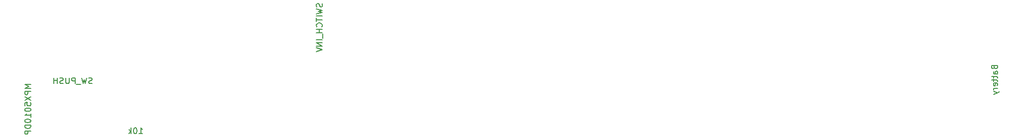
<source format=gbr>
G04 #@! TF.FileFunction,Other,Fab,Bot*
%FSLAX46Y46*%
G04 Gerber Fmt 4.6, Leading zero omitted, Abs format (unit mm)*
G04 Created by KiCad (PCBNEW 4.0.4+e1-6308~48~ubuntu16.04.1-stable) date Wed Sep 21 12:51:57 2016*
%MOMM*%
%LPD*%
G01*
G04 APERTURE LIST*
%ADD10C,0.100000*%
%ADD11C,0.150000*%
G04 APERTURE END LIST*
D10*
D11*
X161135238Y-143842381D02*
X161706667Y-143842381D01*
X161420953Y-143842381D02*
X161420953Y-142842381D01*
X161516191Y-142985238D01*
X161611429Y-143080476D01*
X161706667Y-143128095D01*
X160516191Y-142842381D02*
X160420952Y-142842381D01*
X160325714Y-142890000D01*
X160278095Y-142937619D01*
X160230476Y-143032857D01*
X160182857Y-143223333D01*
X160182857Y-143461429D01*
X160230476Y-143651905D01*
X160278095Y-143747143D01*
X160325714Y-143794762D01*
X160420952Y-143842381D01*
X160516191Y-143842381D01*
X160611429Y-143794762D01*
X160659048Y-143747143D01*
X160706667Y-143651905D01*
X160754286Y-143461429D01*
X160754286Y-143223333D01*
X160706667Y-143032857D01*
X160659048Y-142937619D01*
X160611429Y-142890000D01*
X160516191Y-142842381D01*
X159754286Y-143842381D02*
X159754286Y-142842381D01*
X159659048Y-143461429D02*
X159373333Y-143842381D01*
X159373333Y-143175714D02*
X159754286Y-143556667D01*
X306498571Y-132548571D02*
X306546190Y-132691428D01*
X306593810Y-132739047D01*
X306689048Y-132786666D01*
X306831905Y-132786666D01*
X306927143Y-132739047D01*
X306974762Y-132691428D01*
X307022381Y-132596190D01*
X307022381Y-132215237D01*
X306022381Y-132215237D01*
X306022381Y-132548571D01*
X306070000Y-132643809D01*
X306117619Y-132691428D01*
X306212857Y-132739047D01*
X306308095Y-132739047D01*
X306403333Y-132691428D01*
X306450952Y-132643809D01*
X306498571Y-132548571D01*
X306498571Y-132215237D01*
X307022381Y-133643809D02*
X306498571Y-133643809D01*
X306403333Y-133596190D01*
X306355714Y-133500952D01*
X306355714Y-133310475D01*
X306403333Y-133215237D01*
X306974762Y-133643809D02*
X307022381Y-133548571D01*
X307022381Y-133310475D01*
X306974762Y-133215237D01*
X306879524Y-133167618D01*
X306784286Y-133167618D01*
X306689048Y-133215237D01*
X306641429Y-133310475D01*
X306641429Y-133548571D01*
X306593810Y-133643809D01*
X306355714Y-133977142D02*
X306355714Y-134358094D01*
X306022381Y-134119999D02*
X306879524Y-134119999D01*
X306974762Y-134167618D01*
X307022381Y-134262856D01*
X307022381Y-134358094D01*
X306355714Y-134548571D02*
X306355714Y-134929523D01*
X306022381Y-134691428D02*
X306879524Y-134691428D01*
X306974762Y-134739047D01*
X307022381Y-134834285D01*
X307022381Y-134929523D01*
X306974762Y-135643810D02*
X307022381Y-135548572D01*
X307022381Y-135358095D01*
X306974762Y-135262857D01*
X306879524Y-135215238D01*
X306498571Y-135215238D01*
X306403333Y-135262857D01*
X306355714Y-135358095D01*
X306355714Y-135548572D01*
X306403333Y-135643810D01*
X306498571Y-135691429D01*
X306593810Y-135691429D01*
X306689048Y-135215238D01*
X307022381Y-136120000D02*
X306355714Y-136120000D01*
X306546190Y-136120000D02*
X306450952Y-136167619D01*
X306403333Y-136215238D01*
X306355714Y-136310476D01*
X306355714Y-136405715D01*
X306355714Y-136643810D02*
X307022381Y-136881905D01*
X306355714Y-137120001D02*
X307022381Y-136881905D01*
X307260476Y-136786667D01*
X307308095Y-136739048D01*
X307355714Y-136643810D01*
X192214762Y-121658572D02*
X192262381Y-121801429D01*
X192262381Y-122039525D01*
X192214762Y-122134763D01*
X192167143Y-122182382D01*
X192071905Y-122230001D01*
X191976667Y-122230001D01*
X191881429Y-122182382D01*
X191833810Y-122134763D01*
X191786190Y-122039525D01*
X191738571Y-121849048D01*
X191690952Y-121753810D01*
X191643333Y-121706191D01*
X191548095Y-121658572D01*
X191452857Y-121658572D01*
X191357619Y-121706191D01*
X191310000Y-121753810D01*
X191262381Y-121849048D01*
X191262381Y-122087144D01*
X191310000Y-122230001D01*
X191262381Y-122563334D02*
X192262381Y-122801429D01*
X191548095Y-122991906D01*
X192262381Y-123182382D01*
X191262381Y-123420477D01*
X192262381Y-123801429D02*
X191262381Y-123801429D01*
X191262381Y-124134762D02*
X191262381Y-124706191D01*
X192262381Y-124420476D02*
X191262381Y-124420476D01*
X192167143Y-125610953D02*
X192214762Y-125563334D01*
X192262381Y-125420477D01*
X192262381Y-125325239D01*
X192214762Y-125182381D01*
X192119524Y-125087143D01*
X192024286Y-125039524D01*
X191833810Y-124991905D01*
X191690952Y-124991905D01*
X191500476Y-125039524D01*
X191405238Y-125087143D01*
X191310000Y-125182381D01*
X191262381Y-125325239D01*
X191262381Y-125420477D01*
X191310000Y-125563334D01*
X191357619Y-125610953D01*
X192262381Y-126039524D02*
X191262381Y-126039524D01*
X191738571Y-126039524D02*
X191738571Y-126610953D01*
X192262381Y-126610953D02*
X191262381Y-126610953D01*
X192357619Y-126849048D02*
X192357619Y-127610953D01*
X192262381Y-127849048D02*
X191262381Y-127849048D01*
X192262381Y-128325238D02*
X191262381Y-128325238D01*
X192262381Y-128896667D01*
X191262381Y-128896667D01*
X191262381Y-129230000D02*
X192262381Y-129563333D01*
X191262381Y-129896667D01*
X153121905Y-135278762D02*
X152979048Y-135326381D01*
X152740952Y-135326381D01*
X152645714Y-135278762D01*
X152598095Y-135231143D01*
X152550476Y-135135905D01*
X152550476Y-135040667D01*
X152598095Y-134945429D01*
X152645714Y-134897810D01*
X152740952Y-134850190D01*
X152931429Y-134802571D01*
X153026667Y-134754952D01*
X153074286Y-134707333D01*
X153121905Y-134612095D01*
X153121905Y-134516857D01*
X153074286Y-134421619D01*
X153026667Y-134374000D01*
X152931429Y-134326381D01*
X152693333Y-134326381D01*
X152550476Y-134374000D01*
X152217143Y-134326381D02*
X151979048Y-135326381D01*
X151788571Y-134612095D01*
X151598095Y-135326381D01*
X151360000Y-134326381D01*
X151217143Y-135421619D02*
X150455238Y-135421619D01*
X150217143Y-135326381D02*
X150217143Y-134326381D01*
X149836190Y-134326381D01*
X149740952Y-134374000D01*
X149693333Y-134421619D01*
X149645714Y-134516857D01*
X149645714Y-134659714D01*
X149693333Y-134754952D01*
X149740952Y-134802571D01*
X149836190Y-134850190D01*
X150217143Y-134850190D01*
X149217143Y-134326381D02*
X149217143Y-135135905D01*
X149169524Y-135231143D01*
X149121905Y-135278762D01*
X149026667Y-135326381D01*
X148836190Y-135326381D01*
X148740952Y-135278762D01*
X148693333Y-135231143D01*
X148645714Y-135135905D01*
X148645714Y-134326381D01*
X148217143Y-135278762D02*
X148074286Y-135326381D01*
X147836190Y-135326381D01*
X147740952Y-135278762D01*
X147693333Y-135231143D01*
X147645714Y-135135905D01*
X147645714Y-135040667D01*
X147693333Y-134945429D01*
X147740952Y-134897810D01*
X147836190Y-134850190D01*
X148026667Y-134802571D01*
X148121905Y-134754952D01*
X148169524Y-134707333D01*
X148217143Y-134612095D01*
X148217143Y-134516857D01*
X148169524Y-134421619D01*
X148121905Y-134374000D01*
X148026667Y-134326381D01*
X147788571Y-134326381D01*
X147645714Y-134374000D01*
X147217143Y-135326381D02*
X147217143Y-134326381D01*
X147217143Y-134802571D02*
X146645714Y-134802571D01*
X146645714Y-135326381D02*
X146645714Y-134326381D01*
X142692381Y-135485714D02*
X141692381Y-135485714D01*
X142406667Y-135819048D01*
X141692381Y-136152381D01*
X142692381Y-136152381D01*
X142692381Y-136628571D02*
X141692381Y-136628571D01*
X141692381Y-137009524D01*
X141740000Y-137104762D01*
X141787619Y-137152381D01*
X141882857Y-137200000D01*
X142025714Y-137200000D01*
X142120952Y-137152381D01*
X142168571Y-137104762D01*
X142216190Y-137009524D01*
X142216190Y-136628571D01*
X141692381Y-137533333D02*
X142692381Y-138200000D01*
X141692381Y-138200000D02*
X142692381Y-137533333D01*
X141692381Y-139057143D02*
X141692381Y-138580952D01*
X142168571Y-138533333D01*
X142120952Y-138580952D01*
X142073333Y-138676190D01*
X142073333Y-138914286D01*
X142120952Y-139009524D01*
X142168571Y-139057143D01*
X142263810Y-139104762D01*
X142501905Y-139104762D01*
X142597143Y-139057143D01*
X142644762Y-139009524D01*
X142692381Y-138914286D01*
X142692381Y-138676190D01*
X142644762Y-138580952D01*
X142597143Y-138533333D01*
X141692381Y-139723809D02*
X141692381Y-139819048D01*
X141740000Y-139914286D01*
X141787619Y-139961905D01*
X141882857Y-140009524D01*
X142073333Y-140057143D01*
X142311429Y-140057143D01*
X142501905Y-140009524D01*
X142597143Y-139961905D01*
X142644762Y-139914286D01*
X142692381Y-139819048D01*
X142692381Y-139723809D01*
X142644762Y-139628571D01*
X142597143Y-139580952D01*
X142501905Y-139533333D01*
X142311429Y-139485714D01*
X142073333Y-139485714D01*
X141882857Y-139533333D01*
X141787619Y-139580952D01*
X141740000Y-139628571D01*
X141692381Y-139723809D01*
X142692381Y-141009524D02*
X142692381Y-140438095D01*
X142692381Y-140723809D02*
X141692381Y-140723809D01*
X141835238Y-140628571D01*
X141930476Y-140533333D01*
X141978095Y-140438095D01*
X141692381Y-141628571D02*
X141692381Y-141723810D01*
X141740000Y-141819048D01*
X141787619Y-141866667D01*
X141882857Y-141914286D01*
X142073333Y-141961905D01*
X142311429Y-141961905D01*
X142501905Y-141914286D01*
X142597143Y-141866667D01*
X142644762Y-141819048D01*
X142692381Y-141723810D01*
X142692381Y-141628571D01*
X142644762Y-141533333D01*
X142597143Y-141485714D01*
X142501905Y-141438095D01*
X142311429Y-141390476D01*
X142073333Y-141390476D01*
X141882857Y-141438095D01*
X141787619Y-141485714D01*
X141740000Y-141533333D01*
X141692381Y-141628571D01*
X142692381Y-142390476D02*
X141692381Y-142390476D01*
X141692381Y-142628571D01*
X141740000Y-142771429D01*
X141835238Y-142866667D01*
X141930476Y-142914286D01*
X142120952Y-142961905D01*
X142263810Y-142961905D01*
X142454286Y-142914286D01*
X142549524Y-142866667D01*
X142644762Y-142771429D01*
X142692381Y-142628571D01*
X142692381Y-142390476D01*
X142692381Y-143390476D02*
X141692381Y-143390476D01*
X141692381Y-143771429D01*
X141740000Y-143866667D01*
X141787619Y-143914286D01*
X141882857Y-143961905D01*
X142025714Y-143961905D01*
X142120952Y-143914286D01*
X142168571Y-143866667D01*
X142216190Y-143771429D01*
X142216190Y-143390476D01*
M02*

</source>
